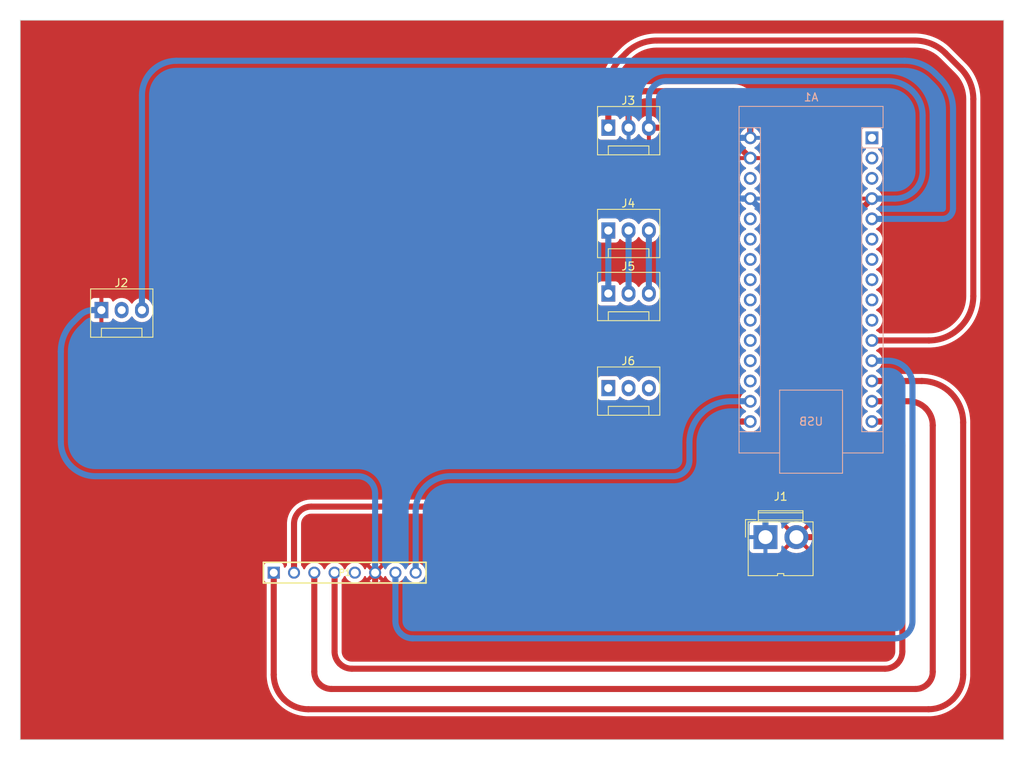
<source format=kicad_pcb>
(kicad_pcb (version 20221018) (generator pcbnew)
  (layers (0 "F.Cu" signal) (31 "B.Cu" signal) (34 "B.Paste" user) (35 "F.Paste" user) (36 "B.SilkS" user "B.Silkscreen") (37 "F.SilkS" user "F.Silkscreen") (38 "B.Mask" user) (39 "F.Mask" user) (44 "Edge.Cuts" user))
  (net 0 "")
  (net 4 "GND")
  (net 5 "Net-(A1-D2)")
  (net 11 "Net-(A1-D8)")
  (net 12 "Net-(A1-D9)")
  (net 13 "Net-(A1-D10)")
  (net 14 "Net-(A1-D11)")
  (net 15 "Net-(A1-D12)")
  (net 16 "Net-(A1-D13)")
  (net 17 "Net-(A1-3V3)")
  (net 27 "VCC")
  (net 30 "Net-(J4-Pin_1)")
  (net 31 "Net-(J4-Pin_2)")
  (net 32 "Net-(J4-Pin_3)")
  (footprint "Connector:FanPinHeader_1x03_P2.54mm_Vertical" (layer "F.Cu") (at 166.37 87.591)
    (fp_text reference "J5" (at 2.5 -3.4) (layer "F.SilkS"))
    (fp_text value "D8")
    (fp_line (start -1.35 -2.65) (end 6.45 -2.65) (stroke (width 0.12)) (layer "F.SilkS"))
    (fp_line (start -1.35 3.4) (end -1.35 -2.65) (stroke (width 0.12)) (layer "F.SilkS"))
    (fp_line (start 0 2.29) (end 5.08 2.29) (stroke (width 0.12)) (layer "F.SilkS"))
    (fp_line (start 0 3.3) (end 0 2.29) (stroke (width 0.12)) (layer "F.SilkS"))
    (fp_line (start 5.08 2.29) (end 5.08 3.3) (stroke (width 0.12)) (layer "F.SilkS"))
    (fp_line (start 6.45 -2.65) (end 6.45 3.4) (stroke (width 0.12)) (layer "F.SilkS"))
    (fp_line (start 6.45 3.4) (end -1.35 3.4) (stroke (width 0.12)) (layer "F.SilkS"))
    (pad "1" thru_hole rect (at 0 0 90) (size 2.03 1.73) (drill 1.02) (layers "*.Cu" "*.Mask") (net 30 "Net-(J4-Pin_1)"))
    (pad "2" thru_hole oval (at 2.54 0 90) (size 2.03 1.73) (drill 1.02) (layers "*.Cu" "*.Mask") (net 31 "Net-(J4-Pin_2)"))
    (pad "3" thru_hole oval (at 5.08 0 90) (size 2.03 1.73) (drill 1.02) (layers "*.Cu" "*.Mask") (net 32 "Net-(J4-Pin_3)"))
  )
  (footprint "RFID-RC522:RFID-RC522" (layer "F.Cu") (at 133.35 122.5804)
    (fp_text reference "P1" (at 0 0) (layer "F.SilkS") (effects (font (size 0.787402 0.787402))))
    (fp_text value "RFID-RC522-MODULE")
    (fp_line (start -10.1854 -1.2954) (end 10.1854 -1.2954) (stroke (width 0.2032)) (layer "F.SilkS"))
    (fp_line (start -10.1854 1.2954) (end -10.1854 -1.2954) (stroke (width 0.2032)) (layer "F.SilkS"))
    (fp_line (start 10.1854 -1.2954) (end 10.1854 1.2954) (stroke (width 0.2032)) (layer "F.SilkS"))
    (fp_line (start 10.1854 1.2954) (end -10.1854 1.2954) (stroke (width 0.2032)) (layer "F.SilkS"))
    (pad "1" thru_hole rect (at -8.89 0) (size 1.508 1.508) (drill 1) (layers "*.Cu" "*.Mask") (net 13 "Net-(A1-D10)"))
    (pad "2" thru_hole circle (at -6.35 0) (size 1.508 1.508) (drill 1) (layers "*.Cu" "*.Mask") (net 16 "Net-(A1-D13)"))
    (pad "3" thru_hole circle (at -3.81 0) (size 1.508 1.508) (drill 1) (layers "*.Cu" "*.Mask") (net 14 "Net-(A1-D11)"))
    (pad "4" thru_hole circle (at -1.27 0) (size 1.508 1.508) (drill 1) (layers "*.Cu" "*.Mask") (net 15 "Net-(A1-D12)"))
    (pad "5" thru_hole circle (at 1.27 0) (size 1.508 1.508) (drill 1) (layers "*.Cu" "*.Mask"))
    (pad "6" thru_hole circle (at 3.81 0) (size 1.508 1.508) (drill 1) (layers "*.Cu" "*.Mask") (net 4 "GND"))
    (pad "7" thru_hole circle (at 6.35 0) (size 1.508 1.508) (drill 1) (layers "*.Cu" "*.Mask") (net 12 "Net-(A1-D9)"))
    (pad "8" thru_hole circle (at 8.89 0) (size 1.508 1.508) (drill 1) (layers "*.Cu" "*.Mask") (net 17 "Net-(A1-3V3)"))
  )
  (footprint "Connector:FanPinHeader_1x03_P2.54mm_Vertical" (layer "F.Cu") (at 166.37 99.451)
    (fp_text reference "J6" (at 2.5 -3.4) (layer "F.SilkS"))
    (fp_text value "Conn_01x03_Pin")
    (fp_line (start -1.35 -2.65) (end 6.45 -2.65) (stroke (width 0.12)) (layer "F.SilkS"))
    (fp_line (start -1.35 3.4) (end -1.35 -2.65) (stroke (width 0.12)) (layer "F.SilkS"))
    (fp_line (start 0 2.29) (end 5.08 2.29) (stroke (width 0.12)) (layer "F.SilkS"))
    (fp_line (start 0 3.3) (end 0 2.29) (stroke (width 0.12)) (layer "F.SilkS"))
    (fp_line (start 5.08 2.29) (end 5.08 3.3) (stroke (width 0.12)) (layer "F.SilkS"))
    (fp_line (start 6.45 -2.65) (end 6.45 3.4) (stroke (width 0.12)) (layer "F.SilkS"))
    (fp_line (start 6.45 3.4) (end -1.35 3.4) (stroke (width 0.12)) (layer "F.SilkS"))
    (pad "1" thru_hole rect (at 0 0 90) (size 2.03 1.73) (drill 1.02) (layers "*.Cu" "*.Mask"))
    (pad "2" thru_hole oval (at 2.54 0 90) (size 2.03 1.73) (drill 1.02) (layers "*.Cu" "*.Mask"))
    (pad "3" thru_hole oval (at 5.08 0 90) (size 2.03 1.73) (drill 1.02) (layers "*.Cu" "*.Mask"))
  )
  (footprint "Connector:FanPinHeader_1x03_P2.54mm_Vertical" (layer "F.Cu") (at 166.37 79.691)
    (fp_text reference "J4" (at 2.5 -3.4) (layer "F.SilkS"))
    (fp_text value "Vcc")
    (fp_line (start -1.35 -2.65) (end 6.45 -2.65) (stroke (width 0.12)) (layer "F.SilkS"))
    (fp_line (start -1.35 3.4) (end -1.35 -2.65) (stroke (width 0.12)) (layer "F.SilkS"))
    (fp_line (start 0 2.29) (end 5.08 2.29) (stroke (width 0.12)) (layer "F.SilkS"))
    (fp_line (start 0 3.3) (end 0 2.29) (stroke (width 0.12)) (layer "F.SilkS"))
    (fp_line (start 5.08 2.29) (end 5.08 3.3) (stroke (width 0.12)) (layer "F.SilkS"))
    (fp_line (start 6.45 -2.65) (end 6.45 3.4) (stroke (width 0.12)) (layer "F.SilkS"))
    (fp_line (start 6.45 3.4) (end -1.35 3.4) (stroke (width 0.12)) (layer "F.SilkS"))
    (pad "1" thru_hole rect (at 0 0 90) (size 2.03 1.73) (drill 1.02) (layers "*.Cu" "*.Mask") (net 30 "Net-(J4-Pin_1)"))
    (pad "2" thru_hole oval (at 2.54 0 90) (size 2.03 1.73) (drill 1.02) (layers "*.Cu" "*.Mask") (net 31 "Net-(J4-Pin_2)"))
    (pad "3" thru_hole oval (at 5.08 0 90) (size 2.03 1.73) (drill 1.02) (layers "*.Cu" "*.Mask") (net 32 "Net-(J4-Pin_3)"))
  )
  (footprint "Connector:FanPinHeader_1x03_P2.54mm_Vertical" (layer "F.Cu") (at 166.37 66.806)
    (fp_text reference "J3" (at 2.5 -3.4) (layer "F.SilkS"))
    (fp_text value "GND")
    (fp_line (start -1.35 -2.65) (end 6.45 -2.65) (stroke (width 0.12)) (layer "F.SilkS"))
    (fp_line (start -1.35 3.4) (end -1.35 -2.65) (stroke (width 0.12)) (layer "F.SilkS"))
    (fp_line (start 0 2.29) (end 5.08 2.29) (stroke (width 0.12)) (layer "F.SilkS"))
    (fp_line (start 0 3.3) (end 0 2.29) (stroke (width 0.12)) (layer "F.SilkS"))
    (fp_line (start 5.08 2.29) (end 5.08 3.3) (stroke (width 0.12)) (layer "F.SilkS"))
    (fp_line (start 6.45 -2.65) (end 6.45 3.4) (stroke (width 0.12)) (layer "F.SilkS"))
    (fp_line (start 6.45 3.4) (end -1.35 3.4) (stroke (width 0.12)) (layer "F.SilkS"))
    (pad "1" thru_hole rect (at 0 0 90) (size 2.03 1.73) (drill 1.02) (layers "*.Cu" "*.Mask") (net 11 "Net-(A1-D8)"))
    (pad "2" thru_hole oval (at 2.54 0 90) (size 2.03 1.73) (drill 1.02) (layers "*.Cu" "*.Mask") (net 27 "VCC"))
    (pad "3" thru_hole oval (at 5.08 0 90) (size 2.03 1.73) (drill 1.02) (layers "*.Cu" "*.Mask") (net 4 "GND"))
  )
  (footprint "Connector:JWT_A3963_1x02_P3.96mm_Vertical" (layer "F.Cu") (at 186.0525 118.126)
    (fp_text reference "J1" (at 1.91 -5.08) (layer "F.SilkS"))
    (fp_text value "Vcc")
    (fp_line (start -2.5 -2.2) (end -2.5 0) (stroke (width 0.12)) (layer "F.SilkS"))
    (fp_line (start -2.16 -1.91) (end -2.16 0) (stroke (width 0.12)) (layer "F.SilkS"))
    (fp_line (start -2.16 -1.91) (end 5.97 -1.91) (stroke (width 0.12)) (layer "F.SilkS"))
    (fp_line (start -2.16 0) (end -2.16 4.83) (stroke (width 0.12)) (layer "F.SilkS"))
    (fp_line (start -1.2 -2.2) (end -2.5 -2.2) (stroke (width 0.12)) (layer "F.SilkS"))
    (fp_line (start -0.89 -3.3) (end 4.7 -3.3) (stroke (width 0.12)) (layer "F.SilkS"))
    (fp_line (start -0.89 -3.05) (end 4.7 -3.05) (stroke (width 0.12)) (layer "F.SilkS"))
    (fp_line (start -0.89 -2.16) (end 4.7 -2.16) (stroke (width 0.12)) (layer "F.SilkS"))
    (fp_line (start -0.89 -1.91) (end -0.89 -3.3) (stroke (width 0.12)) (layer "F.SilkS"))
    (fp_line (start 1.52 4.57) (end 2.29 4.57) (stroke (width 0.12)) (layer "F.SilkS"))
    (fp_line (start 1.52 4.83) (end -2.16 4.83) (stroke (width 0.12)) (layer "F.SilkS"))
    (fp_line (start 1.52 4.83) (end 1.52 4.57) (stroke (width 0.12)) (layer "F.SilkS"))
    (fp_line (start 2.29 4.57) (end 2.29 4.83) (stroke (width 0.12)) (layer "F.SilkS"))
    (fp_line (start 2.29 4.83) (end 5.97 4.83) (stroke (width 0.12)) (layer "F.SilkS"))
    (fp_line (start 4.7 -1.91) (end 4.7 -3.3) (stroke (width 0.12)) (layer "F.SilkS"))
    (fp_line (start 5.97 -1.91) (end 5.97 0) (stroke (width 0.12)) (layer "F.SilkS"))
    (fp_line (start 5.97 4.83) (end 5.97 0) (stroke (width 0.12)) (layer "F.SilkS"))
    (pad "1" thru_hole rect (at 0 0) (size 3 3) (drill 1.75) (layers "*.Cu" "*.Mask") (net 27 "VCC"))
    (pad "2" thru_hole circle (at 3.88 0) (size 3 3) (drill 1.75) (layers "*.Cu" "*.Mask") (net 4 "GND"))
  )
  (footprint "Connector:FanPinHeader_1x03_P2.54mm_Vertical" (layer "F.Cu") (at 102.87 89.666)
    (fp_text reference "J2" (at 2.5 -3.4) (layer "F.SilkS"))
    (fp_text value "GND_B")
    (fp_line (start -1.35 -2.65) (end 6.45 -2.65) (stroke (width 0.12)) (layer "F.SilkS"))
    (fp_line (start -1.35 3.4) (end -1.35 -2.65) (stroke (width 0.12)) (layer "F.SilkS"))
    (fp_line (start 0 2.29) (end 5.08 2.29) (stroke (width 0.12)) (layer "F.SilkS"))
    (fp_line (start 0 3.3) (end 0 2.29) (stroke (width 0.12)) (layer "F.SilkS"))
    (fp_line (start 5.08 2.29) (end 5.08 3.3) (stroke (width 0.12)) (layer "F.SilkS"))
    (fp_line (start 6.45 -2.65) (end 6.45 3.4) (stroke (width 0.12)) (layer "F.SilkS"))
    (fp_line (start 6.45 3.4) (end -1.35 3.4) (stroke (width 0.12)) (layer "F.SilkS"))
    (pad "1" thru_hole rect (at 0 0 90) (size 2.03 1.73) (drill 1.02) (layers "*.Cu" "*.Mask") (net 4 "GND"))
    (pad "2" thru_hole oval (at 2.54 0 90) (size 2.03 1.73) (drill 1.02) (layers "*.Cu" "*.Mask"))
    (pad "3" thru_hole oval (at 5.08 0 90) (size 2.03 1.73) (drill 1.02) (layers "*.Cu" "*.Mask") (net 5 "Net-(A1-D2)"))
  )
  (footprint "Module:Arduino_Nano" (layer "B.Cu") (at 199.39 68.076 180)
    (fp_text reference "A1" (at 7.62 5.08) (layer "B.SilkS") (effects (justify mirror)))
    (fp_text value "Arduino_Nano_v3.x")
    (fp_text user "USB" (at 7.62 -35.56 unlocked) (layer "B.SilkS") (effects (justify mirror)))
    (fp_line (start -1.4 -39.5) (end 3.68 -39.5) (stroke (width 0.12)) (layer "B.SilkS"))
    (fp_line (start -1.4 -1.27) (end -1.4 -39.5) (stroke (width 0.12)) (layer "B.SilkS"))
    (fp_line (start -1.4 3.94) (end -1.4 1.27) (stroke (width 0.12)) (layer "B.SilkS"))
    (fp_line (start 1.27 -36.83) (end -1.4 -36.83) (stroke (width 0.12)) (layer "B.SilkS"))
    (fp_line (start 1.27 -1.27) (end -1.4 -1.27) (stroke (width 0.12)) (layer "B.SilkS"))
    (fp_line (start 1.27 -1.27) (end 1.27 -36.83) (stroke (width 0.12)) (layer "B.SilkS"))
    (fp_line (start 1.27 -1.27) (end 1.27 1.27) (stroke (width 0.12)) (layer "B.SilkS"))
    (fp_line (start 1.27 1.27) (end -1.4 1.27) (stroke (width 0.12)) (layer "B.SilkS"))
    (fp_line (start 3.68 -42.04) (end 3.68 -31.62) (stroke (width 0.12)) (layer "B.SilkS"))
    (fp_line (start 3.68 -31.62) (end 11.56 -31.62) (stroke (width 0.12)) (layer "B.SilkS"))
    (fp_line (start 11.56 -42.04) (end 3.68 -42.04) (stroke (width 0.12)) (layer "B.SilkS"))
    (fp_line (start 11.56 -31.62) (end 11.56 -42.04) (stroke (width 0.12)) (layer "B.SilkS"))
    (fp_line (start 13.97 -36.83) (end 16.64 -36.83) (stroke (width 0.12)) (layer "B.SilkS"))
    (fp_line (start 13.97 1.27) (end 13.97 -36.83) (stroke (width 0.12)) (layer "B.SilkS"))
    (fp_line (start 13.97 1.27) (end 16.64 1.27) (stroke (width 0.12)) (layer "B.SilkS"))
    (fp_line (start 16.64 -39.5) (end 11.56 -39.5) (stroke (width 0.12)) (layer "B.SilkS"))
    (fp_line (start 16.64 -39.5) (end 16.64 3.94) (stroke (width 0.12)) (layer "B.SilkS"))
    (fp_line (start 16.64 3.94) (end -1.4 3.94) (stroke (width 0.12)) (layer "B.SilkS"))
    (pad "1" thru_hole rect (at 0 0 180) (size 1.6 1.6) (drill 1) (layers "*.Cu" "*.Mask"))
    (pad "2" thru_hole oval (at 0 -2.54 180) (size 1.6 1.6) (drill 1) (layers "*.Cu" "*.Mask"))
    (pad "3" thru_hole oval (at 0 -5.08 180) (size 1.6 1.6) (drill 1) (layers "*.Cu" "*.Mask"))
    (pad "4" thru_hole oval (at 0 -7.62 180) (size 1.6 1.6) (drill 1) (layers "*.Cu" "*.Mask") (net 4 "GND"))
    (pad "5" thru_hole oval (at 0 -10.16 180) (size 1.6 1.6) (drill 1) (layers "*.Cu" "*.Mask") (net 5 "Net-(A1-D2)"))
    (pad "6" thru_hole oval (at 0 -12.7 180) (size 1.6 1.6) (drill 1) (layers "*.Cu" "*.Mask"))
    (pad "7" thru_hole oval (at 0 -15.24 180) (size 1.6 1.6) (drill 1) (layers "*.Cu" "*.Mask"))
    (pad "8" thru_hole oval (at 0 -17.78 180) (size 1.6 1.6) (drill 1) (layers "*.Cu" "*.Mask"))
    (pad "9" thru_hole oval (at 0 -20.32 180) (size 1.6 1.6) (drill 1) (layers "*.Cu" "*.Mask"))
    (pad "10" thru_hole oval (at 0 -22.86 180) (size 1.6 1.6) (drill 1) (layers "*.Cu" "*.Mask"))
    (pad "11" thru_hole oval (at 0 -25.4 180) (size 1.6 1.6) (drill 1) (layers "*.Cu" "*.Mask") (net 11 "Net-(A1-D8)"))
    (pad "12" thru_hole oval (at 0 -27.94 180) (size 1.6 1.6) (drill 1) (layers "*.Cu" "*.Mask") (net 12 "Net-(A1-D9)"))
    (pad "13" thru_hole oval (at 0 -30.48 180) (size 1.6 1.6) (drill 1) (layers "*.Cu" "*.Mask") (net 13 "Net-(A1-D10)"))
    (pad "14" thru_hole oval (at 0 -33.02 180) (size 1.6 1.6) (drill 1) (layers "*.Cu" "*.Mask") (net 14 "Net-(A1-D11)"))
    (pad "15" thru_hole oval (at 0 -35.56 180) (size 1.6 1.6) (drill 1) (layers "*.Cu" "*.Mask") (net 15 "Net-(A1-D12)"))
    (pad "16" thru_hole oval (at 15.24 -35.56 180) (size 1.6 1.6) (drill 1) (layers "*.Cu" "*.Mask") (net 16 "Net-(A1-D13)"))
    (pad "17" thru_hole oval (at 15.24 -33.02 180) (size 1.6 1.6) (drill 1) (layers "*.Cu" "*.Mask") (net 17 "Net-(A1-3V3)"))
    (pad "18" thru_hole oval (at 15.24 -30.48 180) (size 1.6 1.6) (drill 1) (layers "*.Cu" "*.Mask"))
    (pad "19" thru_hole oval (at 15.24 -27.94 180) (size 1.6 1.6) (drill 1) (layers "*.Cu" "*.Mask"))
    (pad "20" thru_hole oval (at 15.24 -25.4 180) (size 1.6 1.6) (drill 1) (layers "*.Cu" "*.Mask"))
    (pad "21" thru_hole oval (at 15.24 -22.86 180) (size 1.6 1.6) (drill 1) (layers "*.Cu" "*.Mask"))
    (pad "22" thru_hole oval (at 15.24 -20.32 180) (size 1.6 1.6) (drill 1) (layers "*.Cu" "*.Mask"))
    (pad "23" thru_hole oval (at 15.24 -17.78 180) (size 1.6 1.6) (drill 1) (layers "*.Cu" "*.Mask"))
    (pad "24" thru_hole oval (at 15.24 -15.24 180) (size 1.6 1.6) (drill 1) (layers "*.Cu" "*.Mask"))
    (pad "25" thru_hole oval (at 15.24 -12.7 180) (size 1.6 1.6) (drill 1) (layers "*.Cu" "*.Mask"))
    (pad "26" thru_hole oval (at 15.24 -10.16 180) (size 1.6 1.6) (drill 1) (layers "*.Cu" "*.Mask"))
    (pad "27" thru_hole oval (at 15.24 -7.62 180) (size 1.6 1.6) (drill 1) (layers "*.Cu" "*.Mask") (net 27 "VCC"))
    (pad "28" thru_hole oval (at 15.24 -5.08 180) (size 1.6 1.6) (drill 1) (layers "*.Cu" "*.Mask"))
    (pad "29" thru_hole oval (at 15.24 -2.54 180) (size 1.6 1.6) (drill 1) (layers "*.Cu" "*.Mask") (net 4 "GND"))
    (pad "30" thru_hole oval (at 15.24 0 180) (size 1.6 1.6) (drill 1) (layers "*.Cu" "*.Mask") (net 27 "VCC"))
  )
  (gr_line (start 92.71 53.34) (end 215.9 53.34) (stroke (width 0.1)) (layer "Edge.Cuts"))
  (gr_line (start 92.71 143.51) (end 92.71 53.34) (stroke (width 0.1)) (layer "Edge.Cuts"))
  (gr_line (start 215.9 53.34) (end 215.9 143.51) (stroke (width 0.1)) (layer "Edge.Cuts"))
  (gr_line (start 215.9 143.51) (end 92.71 143.51) (stroke (width 0.1)) (layer "Edge.Cuts"))
  (segment (start 178.086036 66.806) (end 171.45 66.806) (width 0.762) (layer "F.Cu") (net 4))
  (segment (start 193.683 118.126) (end 194.937 118.126) (width 0.762) (layer "F.Cu") (net 4))
  (segment (start 193.683 118.126) (end 189.9325 118.126) (width 0.762) (layer "F.Cu") (net 4))
  (segment (start 196.007355 117.682644) (end 196.207 117.483) (width 0.762) (layer "F.Cu") (net 4))
  (segment (start 139.159998 127) (end 192.310001 127) (width 0.762) (layer "F.Cu") (net 4))
  (segment (start 194.31 118.753) (end 194.31 125.000001) (width 0.762) (layer "F.Cu") (net 4))
  (segment (start 198.12 76.966) (end 199.39 75.696) (width 0.762) (layer "F.Cu") (net 4))
  (segment (start 181.933792 68.399792) (end 184.15 70.616) (width 0.762) (layer "F.Cu") (net 4))
  (segment (start 196.85 80.032051) (end 196.85 115.93066) (width 0.762) (layer "F.Cu") (net 4))
  (segment (start 137.16 125.000001) (end 137.16 122.5804) (width 0.762) (layer "F.Cu") (net 4))
  (arc (start 181.933792 68.399792) (mid 180.168426 67.220213) (end 178.086036 66.806) (width 0.762) (layer "F.Cu") (net 4))
  (arc (start 194.31 125.000001) (mid 193.724213 126.414213) (end 192.310001 127) (width 0.762) (layer "F.Cu") (net 4))
  (arc (start 194.937 118.126) (mid 194.493644 118.309644) (end 194.31 118.753) (width 0.762) (layer "F.Cu") (net 4))
  (arc (start 198.12 76.966) (mid 197.180062 78.372716) (end 196.85 80.032051) (width 0.762) (layer "F.Cu") (net 4))
  (arc (start 137.16 125.000001) (mid 137.745785 126.414213) (end 139.159998 127) (width 0.762) (layer "F.Cu") (net 4))
  (arc (start 196.85 115.93066) (mid 196.682889 116.77078) (end 196.207 117.483) (width 0.762) (layer "F.Cu") (net 4))
  (arc (start 194.31 118.753) (mid 194.126355 118.309644) (end 193.683 118.126) (width 0.762) (layer "F.Cu") (net 4))
  (arc (start 196.007355 117.682644) (mid 195.516272 118.010775) (end 194.937 118.126) (width 0.762) (layer "F.Cu") (net 4))
  (segment (start 171.45 63.128025) (end 171.45 66.806) (width 0.762) (layer "B.Cu") (net 4))
  (segment (start 201.403948 60.96) (end 173.618025 60.96) (width 0.762) (layer "B.Cu") (net 4))
  (segment (start 100.114165 90.385834) (end 99.312 91.188) (width 0.762) (layer "B.Cu") (net 4))
  (segment (start 101.852 89.666) (end 102.87 89.666) (width 0.762) (layer "B.Cu") (net 4))
  (segment (start 202.26433 75.696) (end 199.39 75.696) (width 0.762) (layer "B.Cu") (net 4))
  (segment (start 97.79 106.153948) (end 97.79 94.862433) (width 0.762) (layer "B.Cu") (net 4))
  (segment (start 134.991974 110.49) (end 102.126051 110.49) (width 0.762) (layer "B.Cu") (net 4))
  (segment (start 137.16 112.658025) (end 137.16 122.5804) (width 0.762) (layer "B.Cu") (net 4))
  (segment (start 205.74 72.22033) (end 205.74 65.296051) (width 0.762) (layer "B.Cu") (net 4))
  (arc (start 172.085 61.595) (mid 171.615031 62.298357) (end 171.45 63.128025) (width 0.762) (layer "B.Cu") (net 4))
  (arc (start 101.852 89.666) (mid 100.91149 89.853078) (end 100.114165 90.385834) (width 0.762) (layer "B.Cu") (net 4))
  (arc (start 99.06 109.22) (mid 100.466716 110.159937) (end 102.126051 110.49) (width 0.762) (layer "B.Cu") (net 4))
  (arc (start 204.47 62.23) (mid 205.409937 63.636716) (end 205.74 65.296051) (width 0.762) (layer "B.Cu") (net 4))
  (arc (start 136.525 111.125) (mid 135.821641 110.655031) (end 134.991974 110.49) (width 0.762) (layer "B.Cu") (net 4))
  (arc (start 205.74 72.22033) (mid 205.47543 73.550411) (end 204.722 74.678) (width 0.762) (layer "B.Cu") (net 4))
  (arc (start 99.312 91.188) (mid 98.185554 92.873844) (end 97.79 94.862433) (width 0.762) (layer "B.Cu") (net 4))
  (arc (start 173.618025 60.96) (mid 172.788357 61.125031) (end 172.085 61.595) (width 0.762) (layer "B.Cu") (net 4))
  (arc (start 204.722 74.678) (mid 203.594411 75.43143) (end 202.26433 75.696) (width 0.762) (layer "B.Cu") (net 4))
  (arc (start 97.79 106.153948) (mid 98.120062 107.813283) (end 99.06 109.22) (width 0.762) (layer "B.Cu") (net 4))
  (arc (start 204.47 62.23) (mid 203.063283 61.290062) (end 201.403948 60.96) (width 0.762) (layer "B.Cu") (net 4))
  (arc (start 136.525 111.125) (mid 136.994968 111.828357) (end 137.16 112.658025) (width 0.762) (layer "B.Cu") (net 4))
  (segment (start 112.286051 58.42) (end 203.486036 58.42) (width 0.762) (layer "B.Cu") (net 5))
  (segment (start 207.956207 60.636207) (end 207.333792 60.013792) (width 0.762) (layer "B.Cu") (net 5))
  (segment (start 208.242356 78.236) (end 199.39 78.236) (width 0.762) (layer "B.Cu") (net 5))
  (segment (start 209.55 64.483963) (end 209.55 76.928356) (width 0.762) (layer "B.Cu") (net 5))
  (segment (start 107.95 62.756051) (end 107.95 89.666) (width 0.762) (layer "B.Cu") (net 5))
  (arc (start 207.333792 60.013792) (mid 205.568426 58.834213) (end 203.486036 58.42) (width 0.762) (layer "B.Cu") (net 5))
  (arc (start 209.167 77.853) (mid 208.742769 78.136461) (end 208.242356 78.236) (width 0.762) (layer "B.Cu") (net 5))
  (arc (start 112.286051 58.42) (mid 110.626716 58.750062) (end 109.22 59.69) (width 0.762) (layer "B.Cu") (net 5))
  (arc (start 109.22 59.69) (mid 108.280062 61.096716) (end 107.95 62.756051) (width 0.762) (layer "B.Cu") (net 5))
  (arc (start 209.55 76.928356) (mid 209.450461 77.428769) (end 209.167 77.853) (width 0.762) (layer "B.Cu") (net 5))
  (arc (start 207.956207 60.636207) (mid 209.135786 62.401572) (end 209.55 64.483963) (width 0.762) (layer "B.Cu") (net 5))
  (segment (start 206.530036 93.476) (end 199.39 93.476) (width 0.762) (layer "F.Cu") (net 11))
  (segment (start 168.586206 57.473792) (end 167.963792 58.096207) (width 0.762) (layer "F.Cu") (net 11))
  (segment (start 166.37 61.943963) (end 166.37 66.806) (width 0.762) (layer "F.Cu") (net 11))
  (segment (start 212.09 63.213963) (end 212.09 87.916036) (width 0.762) (layer "F.Cu") (net 11))
  (segment (start 172.433963 55.88) (end 204.756036 55.88) (width 0.762) (layer "F.Cu") (net 11))
  (segment (start 210.496207 59.366207) (end 208.603792 57.473792) (width 0.762) (layer "F.Cu") (net 11))
  (segment (start 210.496206 91.763792) (end 210.377792 91.882207) (width 0.762) (layer "F.Cu") (net 11))
  (arc (start 172.433963 55.88) (mid 170.351572 56.294213) (end 168.586206 57.473792) (width 0.762) (layer "F.Cu") (net 11))
  (arc (start 210.377792 91.882207) (mid 208.612426 93.061786) (end 206.530036 93.476) (width 0.762) (layer "F.Cu") (net 11))
  (arc (start 210.496207 59.366207) (mid 211.675786 61.131572) (end 212.09 63.213963) (width 0.762) (layer "F.Cu") (net 11))
  (arc (start 212.09 87.916036) (mid 211.675786 89.998426) (end 210.496206 91.763792) (width 0.762) (layer "F.Cu") (net 11))
  (arc (start 208.603792 57.473792) (mid 206.838426 56.294213) (end 204.756036 55.88) (width 0.762) (layer "F.Cu") (net 11))
  (arc (start 167.963792 58.096207) (mid 166.784213 59.861572) (end 166.37 61.943963) (width 0.762) (layer "F.Cu") (net 11))
  (segment (start 204.47 128.641974) (end 204.47 99.044407) (width 0.762) (layer "B.Cu") (net 12))
  (segment (start 201.441592 96.016) (end 199.39 96.016) (width 0.762) (layer "B.Cu") (net 12))
  (segment (start 202.301974 130.81) (end 141.868025 130.81) (width 0.762) (layer "B.Cu") (net 12))
  (segment (start 139.7 128.641974) (end 139.7 122.5804) (width 0.762) (layer "B.Cu") (net 12))
  (arc (start 203.583 96.903) (mid 202.600513 96.246523) (end 201.441592 96.016) (width 0.762) (layer "B.Cu") (net 12))
  (arc (start 139.7 128.641974) (mid 139.865031 129.471641) (end 140.335 130.175) (width 0.762) (layer "B.Cu") (net 12))
  (arc (start 203.583 96.903) (mid 204.239476 97.885485) (end 204.47 99.044407) (width 0.762) (layer "B.Cu") (net 12))
  (arc (start 204.47 128.641974) (mid 204.304968 129.471641) (end 203.835 130.175) (width 0.762) (layer "B.Cu") (net 12))
  (arc (start 140.335 130.175) (mid 141.038357 130.644968) (end 141.868025 130.81) (width 0.762) (layer "B.Cu") (net 12))
  (arc (start 203.835 130.175) (mid 203.131641 130.644968) (end 202.301974 130.81) (width 0.762) (layer "B.Cu") (net 12))
  (segment (start 205.623566 98.556) (end 199.39 98.556) (width 0.762) (layer "F.Cu") (net 13))
  (segment (start 124.46 135.363948) (end 124.46 122.5804) (width 0.762) (layer "F.Cu") (net 13))
  (segment (start 128.796051 139.7) (end 206.483948 139.7) (width 0.762) (layer "F.Cu") (net 13))
  (segment (start 210.82 135.363948) (end 210.82 103.752433) (width 0.762) (layer "F.Cu") (net 13))
  (arc (start 209.298 100.078) (mid 210.424445 101.763844) (end 210.82 103.752433) (width 0.762) (layer "F.Cu") (net 13))
  (arc (start 210.82 135.363948) (mid 210.489937 137.023283) (end 209.55 138.43) (width 0.762) (layer "F.Cu") (net 13))
  (arc (start 124.46 135.363948) (mid 124.790062 137.023283) (end 125.73 138.43) (width 0.762) (layer "F.Cu") (net 13))
  (arc (start 125.73 138.43) (mid 127.136716 139.369937) (end 128.796051 139.7) (width 0.762) (layer "F.Cu") (net 13))
  (arc (start 209.298 100.078) (mid 207.612155 98.951554) (end 205.623566 98.556) (width 0.762) (layer "F.Cu") (net 13))
  (arc (start 209.55 138.43) (mid 208.143283 139.369937) (end 206.483948 139.7) (width 0.762) (layer "F.Cu") (net 13))
  (segment (start 203.981592 101.096) (end 199.39 101.096) (width 0.762) (layer "F.Cu") (net 14))
  (segment (start 207.01 104.124407) (end 207.01 134.991974) (width 0.762) (layer "F.Cu") (net 14))
  (segment (start 131.708025 137.16) (end 204.841974 137.16) (width 0.762) (layer "F.Cu") (net 14))
  (segment (start 129.54 134.991974) (end 129.54 122.5804) (width 0.762) (layer "F.Cu") (net 14))
  (arc (start 206.375 136.525) (mid 205.671641 136.994968) (end 204.841974 137.16) (width 0.762) (layer "F.Cu") (net 14))
  (arc (start 129.54 134.991974) (mid 129.705031 135.821641) (end 130.175 136.525) (width 0.762) (layer "F.Cu") (net 14))
  (arc (start 130.175 136.525) (mid 130.878357 136.994968) (end 131.708025 137.16) (width 0.762) (layer "F.Cu") (net 14))
  (arc (start 207.01 134.991974) (mid 206.844968 135.821641) (end 206.375 136.525) (width 0.762) (layer "F.Cu") (net 14))
  (arc (start 206.123 101.983) (mid 205.140513 101.326523) (end 203.981592 101.096) (width 0.762) (layer "F.Cu") (net 14))
  (arc (start 206.123 101.983) (mid 206.779476 102.965485) (end 207.01 104.124407) (width 0.762) (layer "F.Cu") (net 14))
  (segment (start 203.2 132.451974) (end 203.2 106.664407) (width 0.762) (layer "F.Cu") (net 15))
  (segment (start 132.08 132.451974) (end 132.08 122.5804) (width 0.762) (layer "F.Cu") (net 15))
  (segment (start 200.408 103.636) (end 199.39 103.636) (width 0.762) (layer "F.Cu") (net 15))
  (segment (start 202.145834 104.355834) (end 202.313 104.523) (width 0.762) (layer "F.Cu") (net 15))
  (segment (start 201.031974 134.62) (end 134.248025 134.62) (width 0.762) (layer "F.Cu") (net 15))
  (arc (start 132.715 133.985) (mid 133.418357 134.454968) (end 134.248025 134.62) (width 0.762) (layer "F.Cu") (net 15))
  (arc (start 203.2 132.451974) (mid 203.034968 133.281641) (end 202.565 133.985) (width 0.762) (layer "F.Cu") (net 15))
  (arc (start 132.08 132.451974) (mid 132.245031 133.281641) (end 132.715 133.985) (width 0.762) (layer "F.Cu") (net 15))
  (arc (start 202.313 104.523) (mid 202.969476 105.505485) (end 203.2 106.664407) (width 0.762) (layer "F.Cu") (net 15))
  (arc (start 202.145834 104.355834) (mid 201.348509 103.823078) (end 200.408 103.636) (width 0.762) (layer "F.Cu") (net 15))
  (arc (start 202.565 133.985) (mid 201.861641 134.454968) (end 201.031974 134.62) (width 0.762) (layer "F.Cu") (net 15))
  (segment (start 178.340001 114.3) (end 129.168025 114.3) (width 0.762) (layer "F.Cu") (net 16))
  (segment (start 127 116.468025) (end 127 122.5804) (width 0.762) (layer "F.Cu") (net 16))
  (segment (start 180.34 112.300001) (end 180.34 106.664407) (width 0.762) (layer "F.Cu") (net 16))
  (segment (start 183.132 103.636) (end 184.15 103.636) (width 0.762) (layer "F.Cu") (net 16))
  (segment (start 181.394165 104.355834) (end 181.227 104.523) (width 0.762) (layer "F.Cu") (net 16))
  (arc (start 180.34 112.300001) (mid 179.754213 113.714213) (end 178.340001 114.3) (width 0.762) (layer "F.Cu") (net 16))
  (arc (start 127.635 114.935) (mid 127.165031 115.638357) (end 127 116.468025) (width 0.762) (layer "F.Cu") (net 16))
  (arc (start 129.168025 114.3) (mid 128.338357 114.465031) (end 127.635 114.935) (width 0.762) (layer "F.Cu") (net 16))
  (arc (start 183.132 103.636) (mid 182.19149 103.823078) (end 181.394165 104.355834) (width 0.762) (layer "F.Cu") (net 16))
  (arc (start 181.227 104.523) (mid 180.570523 105.505485) (end 180.34 106.664407) (width 0.762) (layer "F.Cu") (net 16))
  (segment (start 142.24 114.826051) (end 142.24 122.5804) (width 0.762) (layer "B.Cu") (net 17))
  (segment (start 181.726433 101.096) (end 184.15 101.096) (width 0.762) (layer "B.Cu") (net 17))
  (segment (start 176.53 108.490001) (end 176.53 106.292433) (width 0.762) (layer "B.Cu") (net 17))
  (segment (start 174.530001 110.49) (end 146.576051 110.49) (width 0.762) (layer "B.Cu") (net 17))
  (arc (start 146.576051 110.49) (mid 144.916716 110.820062) (end 143.51 111.76) (width 0.762) (layer "B.Cu") (net 17))
  (arc (start 181.726433 101.096) (mid 179.737844 101.491554) (end 178.052 102.618) (width 0.762) (layer "B.Cu") (net 17))
  (arc (start 143.51 111.76) (mid 142.570062 113.166716) (end 142.24 114.826051) (width 0.762) (layer "B.Cu") (net 17))
  (arc (start 176.53 108.490001) (mid 175.944213 109.904213) (end 174.530001 110.49) (width 0.762) (layer "B.Cu") (net 17))
  (arc (start 178.052 102.618) (mid 176.925554 104.303844) (end 176.53 106.292433) (width 0.762) (layer "B.Cu") (net 17))
  (segment (start 181.981974 62.23) (end 171.078025 62.23) (width 0.762) (layer "F.Cu") (net 27))
  (segment (start 168.91 64.398025) (end 168.91 66.806) (width 0.762) (layer "F.Cu") (net 27))
  (segment (start 184.15 64.398025) (end 184.15 68.076) (width 0.762) (layer "F.Cu") (net 27))
  (arc (start 183.515 62.865) (mid 183.984968 63.568357) (end 184.15 64.398025) (width 0.762) (layer "F.Cu") (net 27))
  (arc (start 169.545 62.865) (mid 169.075031 63.568357) (end 168.91 64.398025) (width 0.762) (layer "F.Cu") (net 27))
  (arc (start 171.078025 62.23) (mid 170.248357 62.395031) (end 169.545 62.865) (width 0.762) (layer "F.Cu") (net 27))
  (arc (start 183.515 62.865) (mid 182.811641 62.395031) (end 181.981974 62.23) (width 0.762) (layer "F.Cu") (net 27))
  (segment (start 181.748796 75.068796) (end 181.358 74.678) (width 0.762) (layer "B.Cu") (net 27))
  (segment (start 183.132 68.076) (end 184.15 68.076) (width 0.762) (layer "B.Cu") (net 27))
  (segment (start 180.34 72.22033) (end 180.34 71.104407) (width 0.762) (layer "B.Cu") (net 27))
  (segment (start 184.15 75.696) (end 185.10125 76.64725) (width 0.762) (layer "B.Cu") (net 27))
  (segment (start 184.15 75.696) (end 183.263 75.696) (width 0.762) (layer "B.Cu") (net 27))
  (segment (start 186.0525 78.94377) (end 186.0525 118.126) (width 0.762) (layer "B.Cu") (net 27))
  (segment (start 181.394165 68.795834) (end 181.227 68.963) (width 0.762) (layer "B.Cu") (net 27))
  (arc (start 181.227 68.963) (mid 180.570523 69.945485) (end 180.34 71.104407) (width 0.762) (layer "B.Cu") (net 27))
  (arc (start 183.132 68.076) (mid 182.19149 68.263078) (end 181.394165 68.795834) (width 0.762) (layer "B.Cu") (net 27))
  (arc (start 181.748796 75.068796) (mid 182.443518 75.532994) (end 183.263 75.696) (width 0.762) (layer "B.Cu") (net 27))
  (arc (start 185.10125 76.64725) (mid 185.805278 77.700902) (end 186.0525 78.94377) (width 0.762) (layer "B.Cu") (net 27))
  (arc (start 180.34 72.22033) (mid 180.604569 73.550411) (end 181.358 74.678) (width 0.762) (layer "B.Cu") (net 27))
  (segment (start 166.37 79.691) (end 166.37 87.591) (width 0.762) (layer "B.Cu") (net 30))
  (segment (start 168.91 79.691) (end 168.91 87.591) (width 0.762) (layer "B.Cu") (net 31))
  (segment (start 171.45 79.691) (end 171.45 87.591) (width 0.762) (layer "B.Cu") (net 32))
  (zone (net 4) (net_name "GND") (layer "F.Cu") (connect_pads (clearance 0.5)) (min_thickness 0.25) (fill yes (thermal_gap 0.5) (thermal_bridge_width 0.5))
    (polygon (pts (xy 91.44 52.07) (xy 217.17 52.07) (xy 217.17 144.78) (xy 91.44 144.78)))
  )
  (zone (net 27) (net_name "VCC") (layer "B.Cu") (priority 1) (connect_pads (clearance 0.5)) (min_thickness 0.25) (fill yes (thermal_gap 0.5) (thermal_bridge_width 0.5))
    (polygon (pts (xy 90.17 50.8) (xy 218.44 50.8) (xy 218.44 146.05) (xy 90.17 146.05)))
  )
)
</source>
